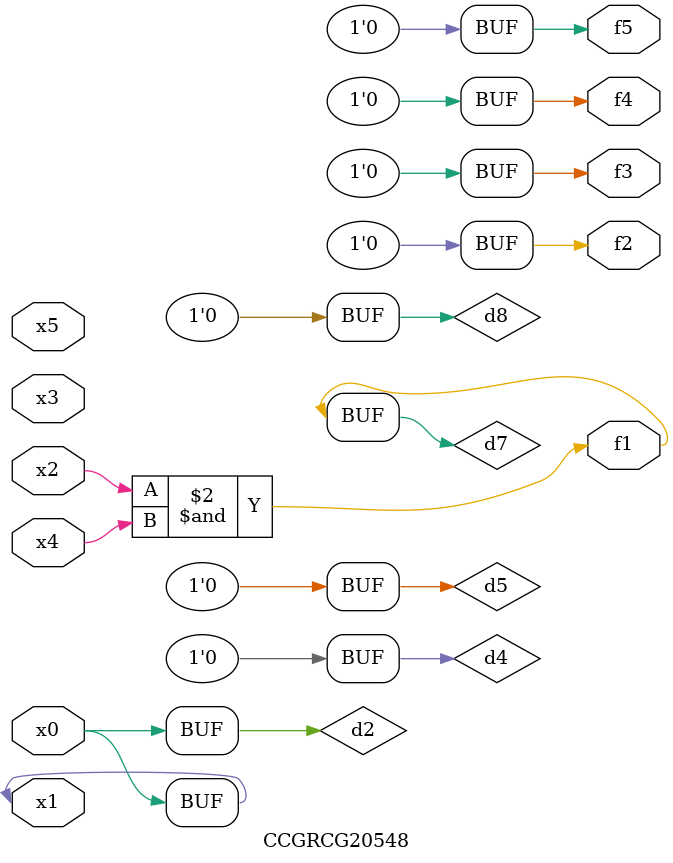
<source format=v>
module CCGRCG20548(
	input x0, x1, x2, x3, x4, x5,
	output f1, f2, f3, f4, f5
);

	wire d1, d2, d3, d4, d5, d6, d7, d8, d9;

	nand (d1, x1);
	buf (d2, x0, x1);
	nand (d3, x2, x4);
	and (d4, d1, d2);
	and (d5, d1, d2);
	nand (d6, d1, d3);
	not (d7, d3);
	xor (d8, d5);
	nor (d9, d5, d6);
	assign f1 = d7;
	assign f2 = d8;
	assign f3 = d8;
	assign f4 = d8;
	assign f5 = d8;
endmodule

</source>
